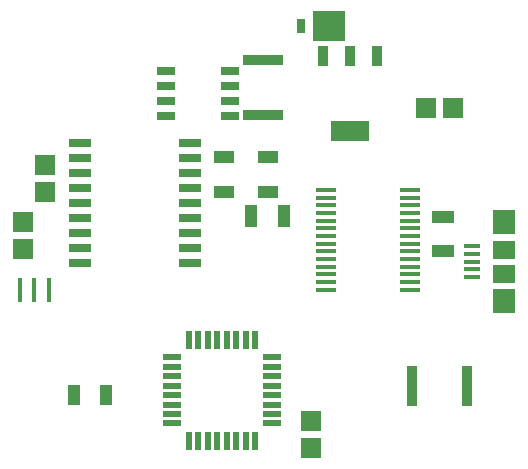
<source format=gtp>
G04*
G04 #@! TF.GenerationSoftware,Altium Limited,Altium Designer,18.1.9 (240)*
G04*
G04 Layer_Color=8421504*
%FSLAX25Y25*%
%MOIN*%
G70*
G01*
G75*
%ADD15R,0.03000X0.05000*%
%ADD16R,0.10512X0.10000*%
%ADD17R,0.13504X0.03347*%
%ADD18R,0.06890X0.06693*%
%ADD19R,0.04331X0.06693*%
%ADD20R,0.07284X0.02559*%
%ADD21R,0.06004X0.02559*%
%ADD22R,0.07087X0.01772*%
%ADD23R,0.03740X0.06890*%
%ADD24R,0.12598X0.06890*%
%ADD25R,0.05906X0.02362*%
%ADD26R,0.02362X0.05906*%
%ADD27R,0.07480X0.08268*%
%ADD28R,0.07480X0.05906*%
%ADD29R,0.05315X0.01575*%
%ADD30R,0.03347X0.13504*%
%ADD31R,0.06693X0.06890*%
%ADD32R,0.07362X0.04055*%
%ADD33R,0.01575X0.07874*%
%ADD34R,0.07087X0.04134*%
%ADD35R,0.04055X0.07362*%
D15*
X13966Y79134D02*
D03*
D16*
X23222D02*
D03*
D17*
X1142Y67716D02*
D03*
Y49606D02*
D03*
D18*
X-78740Y13848D02*
D03*
Y4793D02*
D03*
X-71369Y32828D02*
D03*
Y23772D02*
D03*
X17323Y-52362D02*
D03*
Y-61417D02*
D03*
D19*
X-51008Y-43850D02*
D03*
X-61638D02*
D03*
D20*
X-59842Y40276D02*
D03*
Y35276D02*
D03*
Y30276D02*
D03*
Y25276D02*
D03*
Y20276D02*
D03*
Y15276D02*
D03*
Y10276D02*
D03*
Y5276D02*
D03*
Y276D02*
D03*
X-23031D02*
D03*
Y5276D02*
D03*
Y10276D02*
D03*
Y15276D02*
D03*
Y20276D02*
D03*
Y25276D02*
D03*
Y30276D02*
D03*
Y35276D02*
D03*
Y40276D02*
D03*
D21*
X-31199Y64193D02*
D03*
Y59193D02*
D03*
Y54193D02*
D03*
Y49193D02*
D03*
X-9845D02*
D03*
Y54193D02*
D03*
Y59193D02*
D03*
Y64193D02*
D03*
D22*
X22441Y24508D02*
D03*
Y21949D02*
D03*
Y19390D02*
D03*
Y16831D02*
D03*
Y14272D02*
D03*
Y11712D02*
D03*
Y9154D02*
D03*
Y6594D02*
D03*
Y4035D02*
D03*
Y1476D02*
D03*
Y-1083D02*
D03*
Y-3642D02*
D03*
Y-6201D02*
D03*
Y-8760D02*
D03*
X50394D02*
D03*
Y-6201D02*
D03*
Y-3642D02*
D03*
Y-1083D02*
D03*
Y1476D02*
D03*
Y4035D02*
D03*
Y6594D02*
D03*
Y9154D02*
D03*
Y11712D02*
D03*
Y14272D02*
D03*
Y16831D02*
D03*
Y19390D02*
D03*
Y21949D02*
D03*
Y24508D02*
D03*
D23*
X39370Y69095D02*
D03*
X30315D02*
D03*
X21260D02*
D03*
D24*
X30315Y44291D02*
D03*
D25*
X-29083Y-31252D02*
D03*
Y-34402D02*
D03*
Y-37551D02*
D03*
Y-40701D02*
D03*
Y-43850D02*
D03*
Y-47000D02*
D03*
Y-50150D02*
D03*
Y-53299D02*
D03*
X4382D02*
D03*
Y-50150D02*
D03*
Y-47000D02*
D03*
Y-43850D02*
D03*
Y-40701D02*
D03*
Y-37551D02*
D03*
Y-34402D02*
D03*
Y-31252D02*
D03*
D26*
X-23374Y-59008D02*
D03*
X-20224D02*
D03*
X-17075D02*
D03*
X-13925D02*
D03*
X-10775D02*
D03*
X-7626D02*
D03*
X-4476D02*
D03*
X-1327D02*
D03*
Y-25543D02*
D03*
X-4476D02*
D03*
X-7626D02*
D03*
X-10775D02*
D03*
X-13925D02*
D03*
X-17075D02*
D03*
X-20224D02*
D03*
X-23374D02*
D03*
D27*
X81693Y-12598D02*
D03*
Y13780D02*
D03*
D28*
Y-3347D02*
D03*
Y4527D02*
D03*
D29*
X71063Y591D02*
D03*
Y3150D02*
D03*
Y-1969D02*
D03*
Y5709D02*
D03*
Y-4527D02*
D03*
D30*
X51045Y-40900D02*
D03*
X69155D02*
D03*
D31*
X55709Y51968D02*
D03*
X64764D02*
D03*
D32*
X61319Y15522D02*
D03*
Y4341D02*
D03*
D33*
X-79626Y-8858D02*
D03*
X-74902D02*
D03*
X-70177D02*
D03*
D34*
X-11811Y35626D02*
D03*
Y23815D02*
D03*
X3069Y35626D02*
D03*
Y23815D02*
D03*
D35*
X8391Y15800D02*
D03*
X-2791D02*
D03*
M02*

</source>
